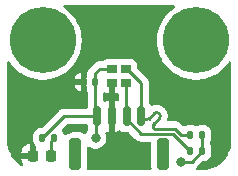
<source format=gtl>
G04 #@! TF.GenerationSoftware,KiCad,Pcbnew,(6.0.11-0)*
G04 #@! TF.CreationDate,2023-02-14T20:09:15-07:00*
G04 #@! TF.ProjectId,LightSensorPCB,4c696768-7453-4656-9e73-6f725043422e,rev?*
G04 #@! TF.SameCoordinates,Original*
G04 #@! TF.FileFunction,Copper,L1,Top*
G04 #@! TF.FilePolarity,Positive*
%FSLAX46Y46*%
G04 Gerber Fmt 4.6, Leading zero omitted, Abs format (unit mm)*
G04 Created by KiCad (PCBNEW (6.0.11-0)) date 2023-02-14 20:09:15*
%MOMM*%
%LPD*%
G01*
G04 APERTURE LIST*
G04 Aperture macros list*
%AMRoundRect*
0 Rectangle with rounded corners*
0 $1 Rounding radius*
0 $2 $3 $4 $5 $6 $7 $8 $9 X,Y pos of 4 corners*
0 Add a 4 corners polygon primitive as box body*
4,1,4,$2,$3,$4,$5,$6,$7,$8,$9,$2,$3,0*
0 Add four circle primitives for the rounded corners*
1,1,$1+$1,$2,$3*
1,1,$1+$1,$4,$5*
1,1,$1+$1,$6,$7*
1,1,$1+$1,$8,$9*
0 Add four rect primitives between the rounded corners*
20,1,$1+$1,$2,$3,$4,$5,0*
20,1,$1+$1,$4,$5,$6,$7,0*
20,1,$1+$1,$6,$7,$8,$9,0*
20,1,$1+$1,$8,$9,$2,$3,0*%
G04 Aperture macros list end*
G04 #@! TA.AperFunction,ComponentPad*
%ADD10C,5.600000*%
G04 #@! TD*
G04 #@! TA.AperFunction,SMDPad,CuDef*
%ADD11RoundRect,0.150000X-0.150000X-0.700000X0.150000X-0.700000X0.150000X0.700000X-0.150000X0.700000X0*%
G04 #@! TD*
G04 #@! TA.AperFunction,SMDPad,CuDef*
%ADD12RoundRect,0.250000X-0.250000X-1.100000X0.250000X-1.100000X0.250000X1.100000X-0.250000X1.100000X0*%
G04 #@! TD*
G04 #@! TA.AperFunction,SMDPad,CuDef*
%ADD13RoundRect,0.135000X0.135000X0.185000X-0.135000X0.185000X-0.135000X-0.185000X0.135000X-0.185000X0*%
G04 #@! TD*
G04 #@! TA.AperFunction,SMDPad,CuDef*
%ADD14RoundRect,0.218750X-0.218750X-0.256250X0.218750X-0.256250X0.218750X0.256250X-0.218750X0.256250X0*%
G04 #@! TD*
G04 #@! TA.AperFunction,SMDPad,CuDef*
%ADD15R,0.812800X0.660400*%
G04 #@! TD*
G04 #@! TA.AperFunction,SMDPad,CuDef*
%ADD16RoundRect,0.135000X-0.135000X-0.185000X0.135000X-0.185000X0.135000X0.185000X-0.135000X0.185000X0*%
G04 #@! TD*
G04 #@! TA.AperFunction,SMDPad,CuDef*
%ADD17RoundRect,0.140000X0.140000X0.170000X-0.140000X0.170000X-0.140000X-0.170000X0.140000X-0.170000X0*%
G04 #@! TD*
G04 #@! TA.AperFunction,ViaPad*
%ADD18C,0.800000*%
G04 #@! TD*
G04 #@! TA.AperFunction,Conductor*
%ADD19C,0.254000*%
G04 #@! TD*
G04 APERTURE END LIST*
D10*
X103500000Y-103500000D03*
X116500000Y-103500000D03*
D11*
X108125000Y-109900000D03*
X109375000Y-109900000D03*
X110625000Y-109900000D03*
X111875000Y-109900000D03*
D12*
X113725000Y-113100000D03*
X106275000Y-113100000D03*
D13*
X103490000Y-111750000D03*
X104510000Y-111750000D03*
D14*
X104237500Y-113250000D03*
X102662500Y-113250000D03*
D15*
X109403100Y-105900001D03*
X109403100Y-107099999D03*
X110596900Y-107099999D03*
X110596900Y-105900001D03*
D16*
X115990000Y-112870000D03*
X117010000Y-112870000D03*
X115990000Y-111500000D03*
X117010000Y-111500000D03*
D17*
X107980000Y-107000000D03*
X107020000Y-107000000D03*
D18*
X105750000Y-111000000D03*
X109500000Y-108250000D03*
X108000000Y-111750000D03*
X115250000Y-113750000D03*
X102250000Y-107750000D03*
X117750000Y-107750000D03*
D19*
X112944032Y-110544769D02*
G75*
G03*
X112944000Y-110969000I212068J-212131D01*
G01*
X112959114Y-109681090D02*
X112959114Y-109681091D01*
X112095471Y-110120469D02*
G75*
G03*
X112519733Y-110120469I212131J212131D01*
G01*
X114731052Y-110969000D02*
X112944000Y-110969000D01*
X112944000Y-110544735D02*
X113383379Y-110105355D01*
X112959069Y-109681045D02*
G75*
G02*
X113383378Y-109681092I212131J-212155D01*
G01*
X115990000Y-111500000D02*
X115262052Y-111500000D01*
X115262052Y-111500000D02*
X114731052Y-110969000D01*
X112959114Y-109681091D02*
X112519734Y-110120470D01*
X112943999Y-110544735D02*
X112944000Y-110544735D01*
X113383402Y-109681068D02*
G75*
G02*
X113383379Y-110105355I-212202J-212132D01*
G01*
X112095470Y-110120470D02*
X112095471Y-110120471D01*
X112095471Y-110120471D02*
X111875000Y-109900000D01*
X110625000Y-110174580D02*
X111873420Y-111423000D01*
X110625000Y-109900000D02*
X110625000Y-110174580D01*
X111873420Y-111423000D02*
X114543000Y-111423000D01*
X114543000Y-111423000D02*
X115990000Y-112870000D01*
X108000000Y-111750000D02*
X108000000Y-110025000D01*
X108000000Y-110025000D02*
X108125000Y-109900000D01*
X117010000Y-112870000D02*
X116130000Y-113750000D01*
X116130000Y-113750000D02*
X115250000Y-113750000D01*
X117010000Y-112870000D02*
X117010000Y-111500000D01*
X108125000Y-109900000D02*
X105340000Y-109900000D01*
X105340000Y-109900000D02*
X103490000Y-111750000D01*
X104237500Y-113250000D02*
X104237500Y-112022500D01*
X104237500Y-112022500D02*
X104510000Y-111750000D01*
X110596900Y-105900001D02*
X110650001Y-105900001D01*
X110650001Y-105900001D02*
X111875000Y-107125000D01*
X111875000Y-107125000D02*
X111875000Y-109900000D01*
X110625000Y-109900000D02*
X110596900Y-109871900D01*
X110596900Y-109871900D02*
X110596900Y-107099999D01*
X107980000Y-107000000D02*
X107980000Y-106270000D01*
X107980000Y-106270000D02*
X108349999Y-105900001D01*
X108349999Y-105900001D02*
X109403100Y-105900001D01*
X107980000Y-107000000D02*
X107980000Y-109755000D01*
X107980000Y-109755000D02*
X108125000Y-109900000D01*
G04 #@! TA.AperFunction,Conductor*
G36*
X114668127Y-100528502D02*
G01*
X114714620Y-100582158D01*
X114724724Y-100652432D01*
X114695230Y-100717012D01*
X114664715Y-100742614D01*
X114647193Y-100753101D01*
X114644467Y-100755163D01*
X114644465Y-100755164D01*
X114638620Y-100759585D01*
X114361367Y-100969270D01*
X114100559Y-101215043D01*
X113867819Y-101487546D01*
X113865900Y-101490358D01*
X113865897Y-101490363D01*
X113772624Y-101627097D01*
X113665871Y-101783591D01*
X113497077Y-102099714D01*
X113363411Y-102432218D01*
X113362491Y-102435492D01*
X113362489Y-102435497D01*
X113360332Y-102443173D01*
X113266437Y-102777213D01*
X113265875Y-102780570D01*
X113265875Y-102780571D01*
X113230931Y-102989392D01*
X113207290Y-103130663D01*
X113186661Y-103488434D01*
X113204792Y-103846340D01*
X113205329Y-103849695D01*
X113205330Y-103849701D01*
X113210316Y-103880828D01*
X113261470Y-104200195D01*
X113356033Y-104545859D01*
X113487374Y-104879288D01*
X113508500Y-104919527D01*
X113586032Y-105067203D01*
X113653957Y-105196582D01*
X113655858Y-105199411D01*
X113655864Y-105199421D01*
X113786527Y-105393866D01*
X113853834Y-105494029D01*
X114084665Y-105768150D01*
X114343751Y-106015738D01*
X114628061Y-106233897D01*
X114660056Y-106253350D01*
X114931355Y-106418303D01*
X114931360Y-106418306D01*
X114934270Y-106420075D01*
X114937358Y-106421521D01*
X114937357Y-106421521D01*
X115255710Y-106570649D01*
X115255720Y-106570653D01*
X115258794Y-106572093D01*
X115262012Y-106573195D01*
X115262015Y-106573196D01*
X115594615Y-106687071D01*
X115594623Y-106687073D01*
X115597838Y-106688174D01*
X115947435Y-106766959D01*
X116028404Y-106776184D01*
X116300114Y-106807142D01*
X116300122Y-106807142D01*
X116303497Y-106807527D01*
X116306901Y-106807545D01*
X116306904Y-106807545D01*
X116501227Y-106808562D01*
X116661857Y-106809403D01*
X116665243Y-106809053D01*
X116665245Y-106809053D01*
X117014932Y-106772917D01*
X117014941Y-106772916D01*
X117018324Y-106772566D01*
X117021657Y-106771852D01*
X117021660Y-106771851D01*
X117231826Y-106726795D01*
X117368727Y-106697446D01*
X117708968Y-106584922D01*
X118035066Y-106436311D01*
X118264692Y-106299969D01*
X118340262Y-106255099D01*
X118340267Y-106255096D01*
X118343207Y-106253350D01*
X118368175Y-106234604D01*
X118543883Y-106102678D01*
X118629786Y-106038180D01*
X118891451Y-105793319D01*
X119125140Y-105521630D01*
X119261660Y-105322992D01*
X119316728Y-105278181D01*
X119387281Y-105270256D01*
X119450919Y-105301733D01*
X119487436Y-105362618D01*
X119491500Y-105394359D01*
X119491500Y-111950633D01*
X119490000Y-111970018D01*
X119487690Y-111984851D01*
X119487690Y-111984855D01*
X119486309Y-111993724D01*
X119488558Y-112010919D01*
X119489391Y-112034863D01*
X119473794Y-112292710D01*
X119471960Y-112307814D01*
X119421434Y-112583534D01*
X119420477Y-112588754D01*
X119416836Y-112603526D01*
X119337669Y-112857583D01*
X119331859Y-112876227D01*
X119326466Y-112890445D01*
X119209626Y-113150055D01*
X119209243Y-113150906D01*
X119202172Y-113164379D01*
X119054405Y-113408813D01*
X119045762Y-113421334D01*
X118869615Y-113646171D01*
X118859525Y-113657560D01*
X118657560Y-113859525D01*
X118646171Y-113869615D01*
X118421334Y-114045762D01*
X118408813Y-114054405D01*
X118164379Y-114202172D01*
X118150908Y-114209242D01*
X117890445Y-114326466D01*
X117876231Y-114331858D01*
X117603527Y-114416836D01*
X117588760Y-114420475D01*
X117379786Y-114458771D01*
X117307814Y-114471960D01*
X117292710Y-114473794D01*
X117042096Y-114488953D01*
X117015284Y-114487692D01*
X117015148Y-114487690D01*
X117006276Y-114486309D01*
X116997374Y-114487473D01*
X116997372Y-114487473D01*
X116982707Y-114489391D01*
X116974714Y-114490436D01*
X116958379Y-114491500D01*
X116585194Y-114491500D01*
X116517073Y-114471498D01*
X116470580Y-114417842D01*
X116460476Y-114347568D01*
X116489970Y-114282988D01*
X116510288Y-114266033D01*
X116509509Y-114265029D01*
X116515771Y-114260172D01*
X116522598Y-114256134D01*
X116536982Y-114241750D01*
X116552016Y-114228909D01*
X116562073Y-114221602D01*
X116568487Y-114216942D01*
X116596778Y-114182744D01*
X116604767Y-114173965D01*
X117043328Y-113735404D01*
X117105640Y-113701378D01*
X117132423Y-113698499D01*
X117209988Y-113698499D01*
X117246466Y-113695629D01*
X117343270Y-113667505D01*
X117394983Y-113652481D01*
X117394985Y-113652480D01*
X117402596Y-113650269D01*
X117409526Y-113646171D01*
X117535720Y-113571540D01*
X117542541Y-113567506D01*
X117657506Y-113452541D01*
X117740269Y-113312596D01*
X117785629Y-113156466D01*
X117788500Y-113119989D01*
X117788499Y-112620012D01*
X117785629Y-112583534D01*
X117740269Y-112427404D01*
X117663046Y-112296826D01*
X117645500Y-112232688D01*
X117645500Y-112137312D01*
X117663046Y-112073173D01*
X117668924Y-112063235D01*
X117740269Y-111942596D01*
X117751753Y-111903070D01*
X117783834Y-111792644D01*
X117785629Y-111786466D01*
X117787983Y-111756565D01*
X117788307Y-111752444D01*
X117788307Y-111752438D01*
X117788500Y-111749989D01*
X117788499Y-111250012D01*
X117785629Y-111213534D01*
X117740269Y-111057404D01*
X117688420Y-110969731D01*
X117661540Y-110924280D01*
X117657506Y-110917459D01*
X117542541Y-110802494D01*
X117535720Y-110798460D01*
X117409419Y-110723766D01*
X117409418Y-110723766D01*
X117402596Y-110719731D01*
X117394985Y-110717520D01*
X117394983Y-110717519D01*
X117252644Y-110676166D01*
X117252645Y-110676166D01*
X117246466Y-110674371D01*
X117240059Y-110673867D01*
X117240055Y-110673866D01*
X117212444Y-110671693D01*
X117212438Y-110671693D01*
X117209989Y-110671500D01*
X117010122Y-110671500D01*
X116810012Y-110671501D01*
X116773534Y-110674371D01*
X116676730Y-110702495D01*
X116625017Y-110717519D01*
X116625015Y-110717520D01*
X116617404Y-110719731D01*
X116610579Y-110723767D01*
X116610575Y-110723769D01*
X116564139Y-110751231D01*
X116495323Y-110768691D01*
X116435861Y-110751231D01*
X116389425Y-110723769D01*
X116389421Y-110723767D01*
X116382596Y-110719731D01*
X116374985Y-110717520D01*
X116374983Y-110717519D01*
X116232644Y-110676166D01*
X116232645Y-110676166D01*
X116226466Y-110674371D01*
X116220059Y-110673867D01*
X116220055Y-110673866D01*
X116192444Y-110671693D01*
X116192438Y-110671693D01*
X116189989Y-110671500D01*
X115990122Y-110671500D01*
X115790012Y-110671501D01*
X115753534Y-110674371D01*
X115656730Y-110702495D01*
X115605017Y-110717519D01*
X115605015Y-110717520D01*
X115597404Y-110719731D01*
X115590580Y-110723767D01*
X115590577Y-110723768D01*
X115545239Y-110750580D01*
X115476423Y-110768039D01*
X115409092Y-110745522D01*
X115392006Y-110731221D01*
X115236302Y-110575517D01*
X115228726Y-110567191D01*
X115224605Y-110560697D01*
X115174786Y-110513914D01*
X115171945Y-110511160D01*
X115152146Y-110491361D01*
X115149021Y-110488937D01*
X115149012Y-110488929D01*
X115148926Y-110488863D01*
X115139901Y-110481155D01*
X115113337Y-110456210D01*
X115107558Y-110450783D01*
X115089721Y-110440977D01*
X115073205Y-110430127D01*
X115057119Y-110417650D01*
X115016386Y-110400024D01*
X115005738Y-110394807D01*
X114994110Y-110388415D01*
X114966855Y-110373431D01*
X114959180Y-110371460D01*
X114959174Y-110371458D01*
X114947141Y-110368369D01*
X114928439Y-110361966D01*
X114909760Y-110353883D01*
X114875924Y-110348524D01*
X114865925Y-110346940D01*
X114854312Y-110344535D01*
X114811334Y-110333500D01*
X114790987Y-110333500D01*
X114771276Y-110331949D01*
X114759002Y-110330005D01*
X114751173Y-110328765D01*
X114743281Y-110329511D01*
X114706996Y-110332941D01*
X114695138Y-110333500D01*
X114186483Y-110333500D01*
X114118362Y-110313498D01*
X114071869Y-110259842D01*
X114061765Y-110189568D01*
X114068082Y-110164404D01*
X114076437Y-110141450D01*
X114076437Y-110141449D01*
X114078319Y-110136279D01*
X114106746Y-109975089D01*
X114106755Y-109811412D01*
X114078345Y-109650220D01*
X114022380Y-109496408D01*
X114010622Y-109476035D01*
X113943311Y-109359415D01*
X113943310Y-109359414D01*
X113940560Y-109354649D01*
X113870839Y-109271533D01*
X113866603Y-109266195D01*
X113865331Y-109264500D01*
X113845500Y-109238079D01*
X113842610Y-109235127D01*
X113839004Y-109231443D01*
X113838998Y-109231437D01*
X113836121Y-109228499D01*
X113824032Y-109219017D01*
X113824026Y-109219012D01*
X113811834Y-109209448D01*
X113808595Y-109206819D01*
X113714174Y-109127564D01*
X113709958Y-109124025D01*
X113568196Y-109042151D01*
X113479635Y-109009904D01*
X113419535Y-108988020D01*
X113419532Y-108988019D01*
X113414371Y-108986140D01*
X113253156Y-108957693D01*
X113247661Y-108957692D01*
X113247656Y-108957692D01*
X113171253Y-108957684D01*
X113089451Y-108957675D01*
X113084033Y-108958630D01*
X113084030Y-108958630D01*
X112933652Y-108985130D01*
X112933646Y-108985132D01*
X112928230Y-108986086D01*
X112801836Y-109032077D01*
X112730982Y-109036574D01*
X112668945Y-109002050D01*
X112637755Y-108948824D01*
X112636357Y-108944014D01*
X112634145Y-108936399D01*
X112617107Y-108907589D01*
X112553491Y-108800020D01*
X112553489Y-108800017D01*
X112549453Y-108793193D01*
X112543845Y-108787585D01*
X112538989Y-108781325D01*
X112541134Y-108779661D01*
X112513379Y-108728833D01*
X112510500Y-108702050D01*
X112510500Y-107204020D01*
X112511030Y-107192786D01*
X112512708Y-107185281D01*
X112510562Y-107116988D01*
X112510500Y-107113031D01*
X112510500Y-107085017D01*
X112509992Y-107080996D01*
X112509058Y-107069144D01*
X112507914Y-107032718D01*
X112507914Y-107032717D01*
X112507665Y-107024795D01*
X112501987Y-107005251D01*
X112497977Y-106985888D01*
X112496420Y-106973560D01*
X112496420Y-106973558D01*
X112495427Y-106965701D01*
X112492511Y-106958337D01*
X112492510Y-106958332D01*
X112479093Y-106924444D01*
X112475248Y-106913215D01*
X112465080Y-106878219D01*
X112462869Y-106870607D01*
X112452510Y-106853091D01*
X112443813Y-106835341D01*
X112436319Y-106816412D01*
X112430973Y-106809053D01*
X112410241Y-106780519D01*
X112403722Y-106770595D01*
X112385170Y-106739224D01*
X112385166Y-106739219D01*
X112381134Y-106732401D01*
X112366747Y-106718014D01*
X112353906Y-106702980D01*
X112346602Y-106692927D01*
X112341942Y-106686513D01*
X112307750Y-106658227D01*
X112298971Y-106650238D01*
X111548705Y-105899972D01*
X111514679Y-105837660D01*
X111511800Y-105810877D01*
X111511800Y-105521667D01*
X111505045Y-105459485D01*
X111453915Y-105323096D01*
X111366561Y-105206540D01*
X111250005Y-105119186D01*
X111113616Y-105068056D01*
X111051434Y-105061301D01*
X110142366Y-105061301D01*
X110080184Y-105068056D01*
X110044229Y-105081535D01*
X109973424Y-105086718D01*
X109955777Y-105081537D01*
X109919816Y-105068056D01*
X109857634Y-105061301D01*
X108948566Y-105061301D01*
X108886384Y-105068056D01*
X108749995Y-105119186D01*
X108704198Y-105153509D01*
X108640622Y-105201156D01*
X108640619Y-105201159D01*
X108633439Y-105206540D01*
X108628058Y-105213720D01*
X108628054Y-105213724D01*
X108627801Y-105214062D01*
X108627465Y-105214313D01*
X108621706Y-105220072D01*
X108620875Y-105219241D01*
X108570943Y-105256580D01*
X108526972Y-105264501D01*
X108429031Y-105264501D01*
X108417792Y-105263971D01*
X108410280Y-105262292D01*
X108402355Y-105262541D01*
X108402354Y-105262541D01*
X108341969Y-105264439D01*
X108338011Y-105264501D01*
X108310016Y-105264501D01*
X108306082Y-105264998D01*
X108306080Y-105264998D01*
X108305993Y-105265009D01*
X108294159Y-105265941D01*
X108249794Y-105267336D01*
X108242181Y-105269548D01*
X108242180Y-105269548D01*
X108230251Y-105273014D01*
X108210887Y-105277024D01*
X108198559Y-105278581D01*
X108198557Y-105278581D01*
X108190700Y-105279574D01*
X108183336Y-105282490D01*
X108183331Y-105282491D01*
X108149443Y-105295908D01*
X108138214Y-105299753D01*
X108124240Y-105303813D01*
X108095606Y-105312132D01*
X108088780Y-105316169D01*
X108078090Y-105322491D01*
X108060340Y-105331188D01*
X108041411Y-105338682D01*
X108034997Y-105343342D01*
X108005513Y-105364763D01*
X107995593Y-105371279D01*
X107964228Y-105389828D01*
X107964225Y-105389830D01*
X107957401Y-105393866D01*
X107943013Y-105408254D01*
X107927979Y-105421095D01*
X107911512Y-105433059D01*
X107906459Y-105439167D01*
X107883227Y-105467250D01*
X107875237Y-105476030D01*
X107586517Y-105764750D01*
X107578191Y-105772326D01*
X107571697Y-105776447D01*
X107566274Y-105782222D01*
X107524915Y-105826265D01*
X107522160Y-105829107D01*
X107502361Y-105848906D01*
X107499937Y-105852031D01*
X107499929Y-105852040D01*
X107499863Y-105852126D01*
X107492155Y-105861151D01*
X107461783Y-105893494D01*
X107457965Y-105900438D01*
X107457964Y-105900440D01*
X107451978Y-105911329D01*
X107441127Y-105927847D01*
X107428650Y-105943933D01*
X107411024Y-105984666D01*
X107405807Y-105995314D01*
X107384431Y-106034197D01*
X107382460Y-106041872D01*
X107382458Y-106041878D01*
X107379369Y-106053911D01*
X107372966Y-106072613D01*
X107364883Y-106091292D01*
X107363644Y-106099116D01*
X107362609Y-106102678D01*
X107324395Y-106162513D01*
X107305270Y-106171313D01*
X107306579Y-106173336D01*
X107278030Y-106191799D01*
X107274000Y-106200691D01*
X107274000Y-106478621D01*
X107256454Y-106542760D01*
X107240106Y-106570403D01*
X107194394Y-106727746D01*
X107193890Y-106734151D01*
X107193889Y-106734156D01*
X107193191Y-106743031D01*
X107191500Y-106764516D01*
X107191500Y-107235484D01*
X107191693Y-107237932D01*
X107191693Y-107237940D01*
X107193184Y-107256876D01*
X107194394Y-107272254D01*
X107240106Y-107429597D01*
X107244141Y-107436419D01*
X107244141Y-107436420D01*
X107256454Y-107457240D01*
X107274000Y-107521379D01*
X107274000Y-107793558D01*
X107278475Y-107808797D01*
X107301013Y-107828327D01*
X107339396Y-107888053D01*
X107344500Y-107923551D01*
X107344500Y-108991973D01*
X107339497Y-109027123D01*
X107319438Y-109096169D01*
X107318933Y-109102579D01*
X107318933Y-109102582D01*
X107317246Y-109124025D01*
X107316500Y-109133498D01*
X107316500Y-109138500D01*
X107296498Y-109206621D01*
X107242842Y-109253114D01*
X107190500Y-109264500D01*
X105419020Y-109264500D01*
X105407786Y-109263970D01*
X105400281Y-109262292D01*
X105332571Y-109264420D01*
X105331988Y-109264438D01*
X105328031Y-109264500D01*
X105300017Y-109264500D01*
X105296092Y-109264996D01*
X105296091Y-109264996D01*
X105295996Y-109265008D01*
X105284151Y-109265941D01*
X105254330Y-109266878D01*
X105247718Y-109267086D01*
X105247717Y-109267086D01*
X105239795Y-109267335D01*
X105225329Y-109271538D01*
X105220252Y-109273013D01*
X105200888Y-109277023D01*
X105188560Y-109278580D01*
X105188558Y-109278580D01*
X105180701Y-109279573D01*
X105173337Y-109282489D01*
X105173332Y-109282490D01*
X105139444Y-109295907D01*
X105128215Y-109299752D01*
X105111535Y-109304598D01*
X105085607Y-109312131D01*
X105078780Y-109316169D01*
X105078777Y-109316170D01*
X105068094Y-109322488D01*
X105050336Y-109331188D01*
X105038785Y-109335761D01*
X105038779Y-109335765D01*
X105031412Y-109338681D01*
X105025001Y-109343339D01*
X105024999Y-109343340D01*
X104995512Y-109364764D01*
X104985590Y-109371281D01*
X104954232Y-109389826D01*
X104954228Y-109389829D01*
X104947402Y-109393866D01*
X104933018Y-109408250D01*
X104917984Y-109421091D01*
X104901513Y-109433058D01*
X104896460Y-109439166D01*
X104873223Y-109467255D01*
X104865233Y-109476035D01*
X103456672Y-110884596D01*
X103394360Y-110918622D01*
X103367577Y-110921501D01*
X103290012Y-110921501D01*
X103253534Y-110924371D01*
X103156730Y-110952495D01*
X103105017Y-110967519D01*
X103105015Y-110967520D01*
X103097404Y-110969731D01*
X103090582Y-110973766D01*
X103090581Y-110973766D01*
X102964280Y-111048460D01*
X102957459Y-111052494D01*
X102842494Y-111167459D01*
X102838460Y-111174280D01*
X102776824Y-111278502D01*
X102759731Y-111307404D01*
X102714371Y-111463534D01*
X102713867Y-111469941D01*
X102713866Y-111469945D01*
X102711693Y-111497556D01*
X102711500Y-111500011D01*
X102711501Y-111999988D01*
X102714371Y-112036466D01*
X102759731Y-112192596D01*
X102763766Y-112199418D01*
X102763766Y-112199419D01*
X102838460Y-112325720D01*
X102842494Y-112332541D01*
X102879595Y-112369642D01*
X102913621Y-112431954D01*
X102916500Y-112458737D01*
X102916500Y-113378000D01*
X102896498Y-113446121D01*
X102842842Y-113492614D01*
X102790500Y-113504000D01*
X101735115Y-113504000D01*
X101719876Y-113508475D01*
X101718671Y-113509865D01*
X101717000Y-113517548D01*
X101717000Y-113551266D01*
X101717337Y-113557782D01*
X101726804Y-113649021D01*
X101729697Y-113662417D01*
X101778830Y-113809687D01*
X101785004Y-113822866D01*
X101854605Y-113935340D01*
X101873443Y-114003792D01*
X101852282Y-114071562D01*
X101797841Y-114117133D01*
X101727405Y-114126037D01*
X101682276Y-114109471D01*
X101591187Y-114054405D01*
X101578666Y-114045762D01*
X101353829Y-113869615D01*
X101342440Y-113859525D01*
X101140475Y-113657560D01*
X101130385Y-113646171D01*
X100954238Y-113421334D01*
X100945595Y-113408813D01*
X100797828Y-113164379D01*
X100790757Y-113150906D01*
X100790374Y-113150055D01*
X100712887Y-112977885D01*
X101717000Y-112977885D01*
X101721475Y-112993124D01*
X101722865Y-112994329D01*
X101730548Y-112996000D01*
X102390385Y-112996000D01*
X102405624Y-112991525D01*
X102406829Y-112990135D01*
X102408500Y-112982452D01*
X102408500Y-112285115D01*
X102404025Y-112269876D01*
X102402635Y-112268671D01*
X102395679Y-112267158D01*
X102392218Y-112267337D01*
X102300979Y-112276804D01*
X102287583Y-112279697D01*
X102140313Y-112328830D01*
X102127134Y-112335004D01*
X101995486Y-112416470D01*
X101984085Y-112425506D01*
X101874702Y-112535080D01*
X101865690Y-112546491D01*
X101784447Y-112678291D01*
X101778303Y-112691468D01*
X101729421Y-112838843D01*
X101726555Y-112852210D01*
X101717328Y-112942270D01*
X101717000Y-112948685D01*
X101717000Y-112977885D01*
X100712887Y-112977885D01*
X100673534Y-112890445D01*
X100668141Y-112876227D01*
X100662332Y-112857583D01*
X100583164Y-112603526D01*
X100579523Y-112588754D01*
X100578567Y-112583534D01*
X100528040Y-112307814D01*
X100526206Y-112292710D01*
X100511269Y-112045768D01*
X100512520Y-112022216D01*
X100512334Y-112022199D01*
X100512769Y-112017350D01*
X100513576Y-112012552D01*
X100513729Y-112000000D01*
X100509773Y-111972376D01*
X100508500Y-111954514D01*
X100508500Y-107268775D01*
X106234937Y-107268775D01*
X106236688Y-107278359D01*
X106278357Y-107421784D01*
X106284604Y-107436220D01*
X106359876Y-107563499D01*
X106369516Y-107575926D01*
X106474074Y-107680484D01*
X106486501Y-107690124D01*
X106613780Y-107765396D01*
X106628216Y-107771643D01*
X106748605Y-107806619D01*
X106762705Y-107806579D01*
X106766000Y-107799309D01*
X106766000Y-107272115D01*
X106761525Y-107256876D01*
X106760135Y-107255671D01*
X106752452Y-107254000D01*
X106251576Y-107254000D01*
X106236781Y-107258344D01*
X106234937Y-107268775D01*
X100508500Y-107268775D01*
X100508500Y-105393535D01*
X100528502Y-105325414D01*
X100582158Y-105278921D01*
X100652432Y-105268817D01*
X100717012Y-105298311D01*
X100739080Y-105323258D01*
X100853834Y-105494029D01*
X101084665Y-105768150D01*
X101343751Y-106015738D01*
X101628061Y-106233897D01*
X101660056Y-106253350D01*
X101931355Y-106418303D01*
X101931360Y-106418306D01*
X101934270Y-106420075D01*
X101937358Y-106421521D01*
X101937357Y-106421521D01*
X102255710Y-106570649D01*
X102255720Y-106570653D01*
X102258794Y-106572093D01*
X102262012Y-106573195D01*
X102262015Y-106573196D01*
X102594615Y-106687071D01*
X102594623Y-106687073D01*
X102597838Y-106688174D01*
X102947435Y-106766959D01*
X103028404Y-106776184D01*
X103300114Y-106807142D01*
X103300122Y-106807142D01*
X103303497Y-106807527D01*
X103306901Y-106807545D01*
X103306904Y-106807545D01*
X103501227Y-106808562D01*
X103661857Y-106809403D01*
X103665243Y-106809053D01*
X103665245Y-106809053D01*
X104014932Y-106772917D01*
X104014941Y-106772916D01*
X104018324Y-106772566D01*
X104021657Y-106771852D01*
X104021660Y-106771851D01*
X104218700Y-106729609D01*
X106235232Y-106729609D01*
X106238052Y-106743031D01*
X106249513Y-106746000D01*
X106747885Y-106746000D01*
X106763124Y-106741525D01*
X106764329Y-106740135D01*
X106766000Y-106732452D01*
X106766000Y-106206442D01*
X106762027Y-106192911D01*
X106754129Y-106191776D01*
X106628216Y-106228357D01*
X106613780Y-106234604D01*
X106486501Y-106309876D01*
X106474074Y-106319516D01*
X106369516Y-106424074D01*
X106359876Y-106436501D01*
X106284604Y-106563780D01*
X106278357Y-106578216D01*
X106236688Y-106721641D01*
X106235232Y-106729609D01*
X104218700Y-106729609D01*
X104231826Y-106726795D01*
X104368727Y-106697446D01*
X104708968Y-106584922D01*
X105035066Y-106436311D01*
X105264692Y-106299969D01*
X105340262Y-106255099D01*
X105340267Y-106255096D01*
X105343207Y-106253350D01*
X105368175Y-106234604D01*
X105543883Y-106102678D01*
X105629786Y-106038180D01*
X105891451Y-105793319D01*
X106125140Y-105521630D01*
X106258534Y-105327540D01*
X106326190Y-105229101D01*
X106326195Y-105229094D01*
X106328120Y-105226292D01*
X106329732Y-105223298D01*
X106329737Y-105223290D01*
X106496395Y-104913772D01*
X106498017Y-104910760D01*
X106632842Y-104578724D01*
X106643142Y-104542568D01*
X106663527Y-104471006D01*
X106731020Y-104234070D01*
X106791401Y-103880828D01*
X106793511Y-103846340D01*
X106813168Y-103524928D01*
X106813278Y-103523131D01*
X106813359Y-103500000D01*
X106793979Y-103142159D01*
X106736066Y-102788505D01*
X106640297Y-102443173D01*
X106637243Y-102435497D01*
X106509052Y-102113369D01*
X106507793Y-102110205D01*
X106439016Y-101980308D01*
X106341702Y-101796513D01*
X106341698Y-101796506D01*
X106340103Y-101793494D01*
X106139190Y-101496746D01*
X105907403Y-101223432D01*
X105647454Y-100976750D01*
X105456448Y-100831242D01*
X105365091Y-100761647D01*
X105365089Y-100761646D01*
X105362384Y-100759585D01*
X105359466Y-100757825D01*
X105359459Y-100757820D01*
X105333880Y-100742390D01*
X105285881Y-100690077D01*
X105273785Y-100620118D01*
X105301432Y-100554726D01*
X105360044Y-100514661D01*
X105398962Y-100508500D01*
X114600006Y-100508500D01*
X114668127Y-100528502D01*
G37*
G04 #@! TD.AperFunction*
G04 #@! TA.AperFunction,Conductor*
G36*
X109599221Y-106866001D02*
G01*
X109645714Y-106919657D01*
X109657100Y-106971999D01*
X109657100Y-107920083D01*
X109661575Y-107935322D01*
X109662965Y-107936527D01*
X109670648Y-107938198D01*
X109835400Y-107938198D01*
X109903521Y-107958200D01*
X109950014Y-108011856D01*
X109961400Y-108064198D01*
X109961400Y-108475447D01*
X109941398Y-108543568D01*
X109887742Y-108590061D01*
X109817468Y-108600165D01*
X109785361Y-108591085D01*
X109780790Y-108589107D01*
X109646395Y-108550061D01*
X109632294Y-108550101D01*
X109629000Y-108557370D01*
X109629000Y-111236878D01*
X109632973Y-111250409D01*
X109640871Y-111251544D01*
X109780790Y-111210893D01*
X109795221Y-111204648D01*
X109931498Y-111124055D01*
X109932573Y-111125874D01*
X109988454Y-111103936D01*
X110058076Y-111117839D01*
X110067880Y-111124140D01*
X110068193Y-111124453D01*
X110211399Y-111209145D01*
X110219010Y-111211356D01*
X110219012Y-111211357D01*
X110271231Y-111226528D01*
X110371169Y-111255562D01*
X110377574Y-111256066D01*
X110377579Y-111256067D01*
X110406042Y-111258307D01*
X110406050Y-111258307D01*
X110408498Y-111258500D01*
X110757998Y-111258500D01*
X110826119Y-111278502D01*
X110847093Y-111295405D01*
X111368165Y-111816477D01*
X111375742Y-111824803D01*
X111379867Y-111831303D01*
X111385645Y-111836729D01*
X111385646Y-111836730D01*
X111429701Y-111878100D01*
X111432543Y-111880855D01*
X111452326Y-111900638D01*
X111455534Y-111903126D01*
X111464563Y-111910837D01*
X111496914Y-111941217D01*
X111503863Y-111945037D01*
X111514749Y-111951022D01*
X111531273Y-111961876D01*
X111547353Y-111974349D01*
X111575068Y-111986343D01*
X111588070Y-111991969D01*
X111598731Y-111997192D01*
X111630667Y-112014749D01*
X111630672Y-112014751D01*
X111637617Y-112018569D01*
X111645291Y-112020539D01*
X111645298Y-112020542D01*
X111657333Y-112023632D01*
X111676038Y-112030036D01*
X111679248Y-112031425D01*
X111694712Y-112038117D01*
X111721762Y-112042401D01*
X111738547Y-112045060D01*
X111750160Y-112047465D01*
X111793138Y-112058500D01*
X111813485Y-112058500D01*
X111833197Y-112060051D01*
X111853299Y-112063235D01*
X111861191Y-112062489D01*
X111897476Y-112059059D01*
X111909334Y-112058500D01*
X112590500Y-112058500D01*
X112658621Y-112078502D01*
X112705114Y-112132158D01*
X112716500Y-112184500D01*
X112716500Y-114250400D01*
X112716837Y-114253644D01*
X112716837Y-114253652D01*
X112727093Y-114352497D01*
X112714228Y-114422318D01*
X112665657Y-114474100D01*
X112601766Y-114491500D01*
X107398367Y-114491500D01*
X107330246Y-114471498D01*
X107283753Y-114417842D01*
X107273023Y-114352658D01*
X107283172Y-114253600D01*
X107283500Y-114250400D01*
X107283500Y-112599689D01*
X107303502Y-112531568D01*
X107357158Y-112485075D01*
X107427432Y-112474971D01*
X107483561Y-112497753D01*
X107534937Y-112535080D01*
X107543248Y-112541118D01*
X107549276Y-112543802D01*
X107549278Y-112543803D01*
X107711681Y-112616109D01*
X107717712Y-112618794D01*
X107811113Y-112638647D01*
X107898056Y-112657128D01*
X107898061Y-112657128D01*
X107904513Y-112658500D01*
X108095487Y-112658500D01*
X108101939Y-112657128D01*
X108101944Y-112657128D01*
X108188888Y-112638647D01*
X108282288Y-112618794D01*
X108288319Y-112616109D01*
X108450722Y-112543803D01*
X108450724Y-112543802D01*
X108456752Y-112541118D01*
X108469897Y-112531568D01*
X108585597Y-112447506D01*
X108611253Y-112428866D01*
X108618713Y-112420581D01*
X108734621Y-112291852D01*
X108734622Y-112291851D01*
X108739040Y-112286944D01*
X108834527Y-112121556D01*
X108893542Y-111939928D01*
X108896600Y-111910838D01*
X108912814Y-111756565D01*
X108913504Y-111750000D01*
X108893542Y-111560072D01*
X108834527Y-111378444D01*
X108836887Y-111377677D01*
X108828939Y-111318422D01*
X108859042Y-111254123D01*
X108919129Y-111216307D01*
X108988634Y-111216537D01*
X109103604Y-111249939D01*
X109117706Y-111249899D01*
X109121000Y-111242630D01*
X109121000Y-108563122D01*
X109117027Y-108549591D01*
X109109129Y-108548456D01*
X108969210Y-108589107D01*
X108954779Y-108595352D01*
X108818502Y-108675945D01*
X108817427Y-108674126D01*
X108761546Y-108696064D01*
X108691924Y-108682161D01*
X108682119Y-108675859D01*
X108681807Y-108675547D01*
X108677365Y-108672920D01*
X108677093Y-108672629D01*
X108673179Y-108670113D01*
X108668715Y-108666650D01*
X108669983Y-108665015D01*
X108628912Y-108621032D01*
X108615500Y-108564465D01*
X108615500Y-108011658D01*
X108635502Y-107943537D01*
X108689158Y-107897044D01*
X108759432Y-107886940D01*
X108785730Y-107893676D01*
X108879095Y-107928677D01*
X108894349Y-107932304D01*
X108945214Y-107937830D01*
X108952028Y-107938199D01*
X109130985Y-107938199D01*
X109146224Y-107933724D01*
X109147429Y-107932334D01*
X109149100Y-107924651D01*
X109149100Y-106971999D01*
X109169102Y-106903878D01*
X109222758Y-106857385D01*
X109275100Y-106845999D01*
X109531100Y-106845999D01*
X109599221Y-106866001D01*
G37*
G04 #@! TD.AperFunction*
G04 #@! TA.AperFunction,Conductor*
G36*
X107258621Y-110555502D02*
G01*
X107305114Y-110609158D01*
X107316500Y-110661500D01*
X107316500Y-110666502D01*
X107316693Y-110668950D01*
X107316693Y-110668958D01*
X107317261Y-110676168D01*
X107319438Y-110703831D01*
X107344229Y-110789163D01*
X107359497Y-110841716D01*
X107364500Y-110876869D01*
X107364500Y-111049697D01*
X107344498Y-111117818D01*
X107332136Y-111134007D01*
X107268531Y-111204648D01*
X107260960Y-111213056D01*
X107236943Y-111254655D01*
X107176726Y-111358953D01*
X107125343Y-111407946D01*
X107055630Y-111421382D01*
X106999456Y-111398825D01*
X106998303Y-111400695D01*
X106853968Y-111311725D01*
X106853966Y-111311724D01*
X106847738Y-111307885D01*
X106767995Y-111281436D01*
X106686389Y-111254368D01*
X106686387Y-111254368D01*
X106679861Y-111252203D01*
X106673025Y-111251503D01*
X106673022Y-111251502D01*
X106629969Y-111247091D01*
X106575400Y-111241500D01*
X105974600Y-111241500D01*
X105971354Y-111241837D01*
X105971350Y-111241837D01*
X105875692Y-111251762D01*
X105875688Y-111251763D01*
X105868834Y-111252474D01*
X105862298Y-111254655D01*
X105862296Y-111254655D01*
X105730194Y-111298728D01*
X105701054Y-111308450D01*
X105550652Y-111401522D01*
X105482349Y-111469945D01*
X105482088Y-111470206D01*
X105419806Y-111504285D01*
X105348986Y-111499282D01*
X105292113Y-111456785D01*
X105271918Y-111416341D01*
X105267373Y-111400695D01*
X105240269Y-111307404D01*
X105223177Y-111278502D01*
X105161540Y-111174280D01*
X105157506Y-111167459D01*
X105151900Y-111161853D01*
X105147044Y-111155593D01*
X105148559Y-111154418D01*
X105119459Y-111101126D01*
X105124524Y-111030311D01*
X105153485Y-110985248D01*
X105566328Y-110572405D01*
X105628640Y-110538379D01*
X105655423Y-110535500D01*
X107190500Y-110535500D01*
X107258621Y-110555502D01*
G37*
G04 #@! TD.AperFunction*
M02*

</source>
